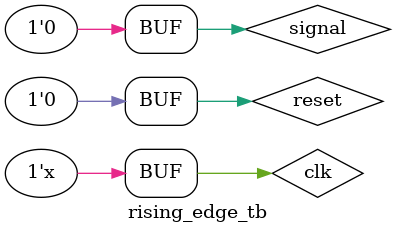
<source format=v>
`timescale 1ns / 1ps


module rising_edge_tb;

reg clk;
reg signal;
reg reset;

wire outedge;

rising_edge ul (
.clk(clk),
.signal(signal),
.reset(reset),
.outedge(outedge)
);

initial begin
    
    clk = 0;
    signal = 0;
    reset = 0;
    
    #10;
    
    signal = 1;
    reset = 0;
    
    #10;
    
    signal = 0;
    reset = 1;
    
    #10;
    
    signal = 1;
    reset = 1;
    
    #10;
    
    signal = 0;
    reset = 0;
    
    #10;
    
    signal = 1;
    reset = 0;
    
    #10
    
    reset = 1;
    
    #20;
    
    reset = 0;
    
    #20;
    
    signal = 0;
    reset = 1;
    
    #20;
    
    signal = 0;
    reset = 0;
    
end
always
    #5 clk = ~clk;

endmodule
</source>
